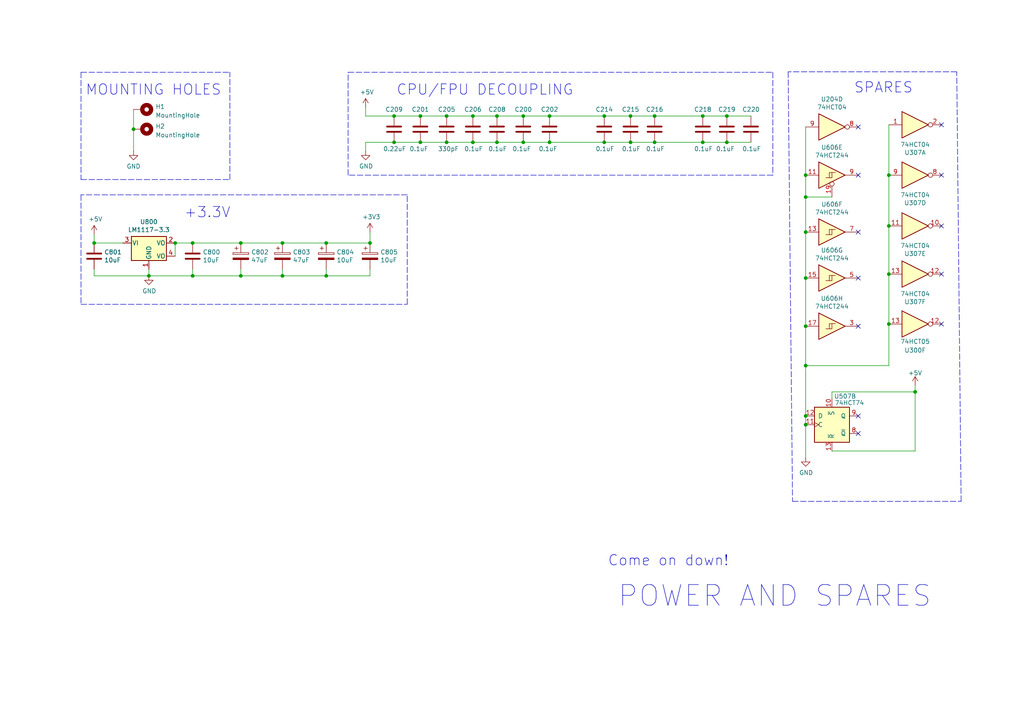
<source format=kicad_sch>
(kicad_sch (version 20211123) (generator eeschema)
  (paper "A4")
  (lib_symbols
    (symbol "74xx:74HCT04"
      (property "Reference" "U" (at 0 1.27 0))
      (property "Value" "74HCT04" (at 0 -1.27 0))
      (symbol "74HCT04_1_0"
        (polyline (pts (xy -3.81 3.81) (xy -3.81 -3.81) (xy 3.81 0) (xy -3.81 3.81)) (stroke (width 0.254)) (fill (type background)))
        (pin input line (at -7.62 0 0) (length 3.81) (name "~") (number "1"))
        (pin output inverted (at 7.62 0 180) (length 3.81) (name "~") (number "2"))
      )
      (symbol "74HCT04_2_0"
        (polyline (pts (xy -3.81 3.81) (xy -3.81 -3.81) (xy 3.81 0) (xy -3.81 3.81)) (stroke (width 0.254)) (fill (type background)))
        (pin input line (at -7.62 0 0) (length 3.81) (name "~") (number "3"))
        (pin output inverted (at 7.62 0 180) (length 3.81) (name "~") (number "4"))
      )
      (symbol "74HCT04_3_0"
        (polyline (pts (xy -3.81 3.81) (xy -3.81 -3.81) (xy 3.81 0) (xy -3.81 3.81)) (stroke (width 0.254)) (fill (type background)))
        (pin input line (at -7.62 0 0) (length 3.81) (name "~") (number "5"))
        (pin output inverted (at 7.62 0 180) (length 3.81) (name "~") (number "6"))
      )
      (symbol "74HCT04_4_0"
        (polyline (pts (xy -3.81 3.81) (xy -3.81 -3.81) (xy 3.81 0) (xy -3.81 3.81)) (stroke (width 0.254)) (fill (type background)))
        (pin output inverted (at 7.62 0 180) (length 3.81) (name "~") (number "8"))
        (pin input line (at -7.62 0 0) (length 3.81) (name "~") (number "9"))
      )
      (symbol "74HCT04_5_0"
        (polyline (pts (xy -3.81 3.81) (xy -3.81 -3.81) (xy 3.81 0) (xy -3.81 3.81)) (stroke (width 0.254)) (fill (type background)))
        (pin output inverted (at 7.62 0 180) (length 3.81) (name "~") (number "10"))
        (pin input line (at -7.62 0 0) (length 3.81) (name "~") (number "11"))
      )
      (symbol "74HCT04_6_0"
        (polyline (pts (xy -3.81 3.81) (xy -3.81 -3.81) (xy 3.81 0) (xy -3.81 3.81)) (stroke (width 0.254)) (fill (type background)))
        (pin output inverted (at 7.62 0 180) (length 3.81) (name "~") (number "12"))
        (pin input line (at -7.62 0 0) (length 3.81) (name "~") (number "13"))
      )
      (symbol "74HCT04_7_0"
        (pin power_in line (at 0 12.7 270) (length 5.08) (name "VCC") (number "14"))
        (pin power_in line (at 0 -12.7 90) (length 5.08) (name "GND") (number "7"))
      )
      (symbol "74HCT04_7_1"
        (rectangle (start -5.08 7.62) (end 5.08 -7.62) (stroke (width 0.254)) (fill (type background)))
      )
    )
    (symbol "74xx:74LS04"
      (property "Reference" "U" (at 0 1.27 0))
      (property "Value" "74LS04" (at 0 -1.27 0))
      (symbol "74LS04_1_0"
        (polyline (pts (xy -3.81 3.81) (xy -3.81 -3.81) (xy 3.81 0) (xy -3.81 3.81)) (stroke (width 0.254)) (fill (type background)))
        (pin input line (at -7.62 0 0) (length 3.81) (name "~") (number "1"))
        (pin output inverted (at 7.62 0 180) (length 3.81) (name "~") (number "2"))
      )
      (symbol "74LS04_2_0"
        (polyline (pts (xy -3.81 3.81) (xy -3.81 -3.81) (xy 3.81 0) (xy -3.81 3.81)) (stroke (width 0.254)) (fill (type background)))
        (pin input line (at -7.62 0 0) (length 3.81) (name "~") (number "3"))
        (pin output inverted (at 7.62 0 180) (length 3.81) (name "~") (number "4"))
      )
      (symbol "74LS04_3_0"
        (polyline (pts (xy -3.81 3.81) (xy -3.81 -3.81) (xy 3.81 0) (xy -3.81 3.81)) (stroke (width 0.254)) (fill (type background)))
        (pin input line (at -7.62 0 0) (length 3.81) (name "~") (number "5"))
        (pin output inverted (at 7.62 0 180) (length 3.81) (name "~") (number "6"))
      )
      (symbol "74LS04_4_0"
        (polyline (pts (xy -3.81 3.81) (xy -3.81 -3.81) (xy 3.81 0) (xy -3.81 3.81)) (stroke (width 0.254)) (fill (type background)))
        (pin output inverted (at 7.62 0 180) (length 3.81) (name "~") (number "8"))
        (pin input line (at -7.62 0 0) (length 3.81) (name "~") (number "9"))
      )
      (symbol "74LS04_5_0"
        (polyline (pts (xy -3.81 3.81) (xy -3.81 -3.81) (xy 3.81 0) (xy -3.81 3.81)) (stroke (width 0.254)) (fill (type background)))
        (pin output inverted (at 7.62 0 180) (length 3.81) (name "~") (number "10"))
        (pin input line (at -7.62 0 0) (length 3.81) (name "~") (number "11"))
      )
      (symbol "74LS04_6_0"
        (polyline (pts (xy -3.81 3.81) (xy -3.81 -3.81) (xy 3.81 0) (xy -3.81 3.81)) (stroke (width 0.254)) (fill (type background)))
        (pin output inverted (at 7.62 0 180) (length 3.81) (name "~") (number "12"))
        (pin input line (at -7.62 0 0) (length 3.81) (name "~") (number "13"))
      )
      (symbol "74LS04_7_0"
        (pin power_in line (at 0 12.7 270) (length 5.08) (name "VCC") (number "14"))
        (pin power_in line (at 0 -12.7 90) (length 5.08) (name "GND") (number "7"))
      )
      (symbol "74LS04_7_1"
        (rectangle (start -5.08 7.62) (end 5.08 -7.62) (stroke (width 0.254)) (fill (type background)))
      )
    )
    (symbol "74xx:74LS05" (pin_names (offset 1.016))
      (property "Reference" "U" (at 0 1.27 0))
      (property "Value" "74LS05" (at 0 -1.27 0))
      (symbol "74LS05_1_0"
        (polyline (pts (xy -3.81 3.81) (xy -3.81 -3.81) (xy 3.81 0) (xy -3.81 3.81)) (stroke (width 0.254)) (fill (type background)))
        (pin input line (at -7.62 0 0) (length 3.81) (name "~") (number "1"))
        (pin open_collector inverted (at 7.62 0 180) (length 3.81) (name "~") (number "2"))
      )
      (symbol "74LS05_2_0"
        (polyline (pts (xy -3.81 3.81) (xy -3.81 -3.81) (xy 3.81 0) (xy -3.81 3.81)) (stroke (width 0.254)) (fill (type background)))
        (pin input line (at -7.62 0 0) (length 3.81) (name "~") (number "3"))
        (pin open_collector inverted (at 7.62 0 180) (length 3.81) (name "~") (number "4"))
      )
      (symbol "74LS05_3_0"
        (polyline (pts (xy -3.81 3.81) (xy -3.81 -3.81) (xy 3.81 0) (xy -3.81 3.81)) (stroke (width 0.254)) (fill (type background)))
        (pin input line (at -7.62 0 0) (length 3.81) (name "~") (number "5"))
        (pin open_collector inverted (at 7.62 0 180) (length 3.81) (name "~") (number "6"))
      )
      (symbol "74LS05_4_0"
        (polyline (pts (xy -3.81 3.81) (xy -3.81 -3.81) (xy 3.81 0) (xy -3.81 3.81)) (stroke (width 0.254)) (fill (type background)))
        (pin open_collector inverted (at 7.62 0 180) (length 3.81) (name "~") (number "8"))
        (pin input line (at -7.62 0 0) (length 3.81) (name "~") (number "9"))
      )
      (symbol "74LS05_5_0"
        (polyline (pts (xy -3.81 3.81) (xy -3.81 -3.81) (xy 3.81 0) (xy -3.81 3.81)) (stroke (width 0.254)) (fill (type background)))
        (pin open_collector inverted (at 7.62 0 180) (length 3.81) (name "~") (number "10"))
        (pin input line (at -7.62 0 0) (length 3.81) (name "~") (number "11"))
      )
      (symbol "74LS05_6_0"
        (polyline (pts (xy -3.81 3.81) (xy -3.81 -3.81) (xy 3.81 0) (xy -3.81 3.81)) (stroke (width 0.254)) (fill (type background)))
        (pin open_collector inverted (at 7.62 0 180) (length 3.81) (name "~") (number "12"))
        (pin input line (at -7.62 0 0) (length 3.81) (name "~") (number "13"))
      )
      (symbol "74LS05_7_0"
        (pin power_in line (at 0 12.7 270) (length 5.08) (name "VCC") (number "14"))
        (pin power_in line (at 0 -12.7 90) (length 5.08) (name "GND") (number "7"))
      )
      (symbol "74LS05_7_1"
        (rectangle (start -5.08 7.62) (end 5.08 -7.62) (stroke (width 0.254)) (fill (type background)))
      )
    )
    (symbol "74xx:74LS244_Split"
      (property "Reference" "U" (at 0 1.27 0))
      (property "Value" "74LS244_Split" (at 0 -1.27 0))
      (symbol "74LS244_Split_1_0"
        (polyline (pts (xy -3.81 3.81) (xy -3.81 -3.81) (xy 3.81 0) (xy -3.81 3.81)) (stroke (width 0.254)) (fill (type background)))
        (pin input inverted (at 0 -6.35 90) (length 4.445) (name "~") (number "1"))
        (pin tri_state line (at 7.62 0 180) (length 3.81) (name "~") (number "18"))
        (pin input line (at -7.62 0 0) (length 3.81) (name "~") (number "2"))
      )
      (symbol "74LS244_Split_1_1"
        (polyline (pts (xy 0 0.762) (xy 0 -0.762) (xy -1.778 -0.762)))
        (polyline (pts (xy 1.016 0.762) (xy -0.762 0.762) (xy -0.762 -0.762)))
      )
      (symbol "74LS244_Split_2_0"
        (polyline (pts (xy -3.81 3.81) (xy -3.81 -3.81) (xy 3.81 0) (xy -3.81 3.81)) (stroke (width 0.254)) (fill (type background)))
        (pin tri_state line (at 7.62 0 180) (length 3.81) (name "~") (number "16"))
        (pin input line (at -7.62 0 0) (length 3.81) (name "~") (number "4"))
      )
      (symbol "74LS244_Split_2_1"
        (polyline (pts (xy 0 0.762) (xy 0 -0.762) (xy -1.778 -0.762)))
        (polyline (pts (xy 1.016 0.762) (xy -0.762 0.762) (xy -0.762 -0.762)))
      )
      (symbol "74LS244_Split_3_0"
        (polyline (pts (xy -3.81 3.81) (xy -3.81 -3.81) (xy 3.81 0) (xy -3.81 3.81)) (stroke (width 0.254)) (fill (type background)))
        (pin tri_state line (at 7.62 0 180) (length 3.81) (name "~") (number "14"))
        (pin input line (at -7.62 0 0) (length 3.81) (name "~") (number "6"))
      )
      (symbol "74LS244_Split_3_1"
        (polyline (pts (xy 0 0.762) (xy 0 -0.762) (xy -1.778 -0.762)))
        (polyline (pts (xy 1.016 0.762) (xy -0.762 0.762) (xy -0.762 -0.762)))
      )
      (symbol "74LS244_Split_4_0"
        (polyline (pts (xy -3.81 3.81) (xy -3.81 -3.81) (xy 3.81 0) (xy -3.81 3.81)) (stroke (width 0.254)) (fill (type background)))
        (pin tri_state line (at 7.62 0 180) (length 3.81) (name "~") (number "12"))
        (pin input line (at -7.62 0 0) (length 3.81) (name "~") (number "8"))
      )
      (symbol "74LS244_Split_4_1"
        (polyline (pts (xy 0 0.762) (xy 0 -0.762) (xy -1.778 -0.762)))
        (polyline (pts (xy 1.016 0.762) (xy -0.762 0.762) (xy -0.762 -0.762)))
      )
      (symbol "74LS244_Split_5_0"
        (polyline (pts (xy -3.81 3.81) (xy -3.81 -3.81) (xy 3.81 0) (xy -3.81 3.81)) (stroke (width 0.254)) (fill (type background)))
        (pin input line (at -7.62 0 0) (length 3.81) (name "~") (number "11"))
        (pin input inverted (at 0 -6.35 90) (length 4.445) (name "~") (number "19"))
        (pin tri_state line (at 7.62 0 180) (length 3.81) (name "~") (number "9"))
      )
      (symbol "74LS244_Split_5_1"
        (polyline (pts (xy 0 0.762) (xy 0 -0.762) (xy -1.778 -0.762)))
        (polyline (pts (xy 1.016 0.762) (xy -0.762 0.762) (xy -0.762 -0.762)))
      )
      (symbol "74LS244_Split_6_0"
        (polyline (pts (xy -3.81 3.81) (xy -3.81 -3.81) (xy 3.81 0) (xy -3.81 3.81)) (stroke (width 0.254)) (fill (type background)))
        (pin input line (at -7.62 0 0) (length 3.81) (name "~") (number "13"))
        (pin tri_state line (at 7.62 0 180) (length 3.81) (name "~") (number "7"))
      )
      (symbol "74LS244_Split_6_1"
        (polyline (pts (xy 0 0.762) (xy 0 -0.762) (xy -1.778 -0.762)))
        (polyline (pts (xy 1.016 0.762) (xy -0.762 0.762) (xy -0.762 -0.762)))
      )
      (symbol "74LS244_Split_7_0"
        (polyline (pts (xy -3.81 3.81) (xy -3.81 -3.81) (xy 3.81 0) (xy -3.81 3.81)) (stroke (width 0.254)) (fill (type background)))
        (pin input line (at -7.62 0 0) (length 3.81) (name "~") (number "15"))
        (pin tri_state line (at 7.62 0 180) (length 3.81) (name "~") (number "5"))
      )
      (symbol "74LS244_Split_7_1"
        (polyline (pts (xy 0 0.762) (xy 0 -0.762) (xy -1.778 -0.762)))
        (polyline (pts (xy 1.016 0.762) (xy -0.762 0.762) (xy -0.762 -0.762)))
      )
      (symbol "74LS244_Split_8_0"
        (polyline (pts (xy -3.81 3.81) (xy -3.81 -3.81) (xy 3.81 0) (xy -3.81 3.81)) (stroke (width 0.254)) (fill (type background)))
        (pin input line (at -7.62 0 0) (length 3.81) (name "~") (number "17"))
        (pin tri_state line (at 7.62 0 180) (length 3.81) (name "~") (number "3"))
      )
      (symbol "74LS244_Split_8_1"
        (polyline (pts (xy 0 0.762) (xy 0 -0.762) (xy -1.778 -0.762)))
        (polyline (pts (xy 1.016 0.762) (xy -0.762 0.762) (xy -0.762 -0.762)))
      )
      (symbol "74LS244_Split_9_0"
        (pin power_in line (at 0 -12.7 90) (length 5.08) (name "GND") (number "10"))
        (pin power_in line (at 0 12.7 270) (length 5.08) (name "VCC") (number "20"))
      )
      (symbol "74LS244_Split_9_1"
        (rectangle (start -5.08 7.62) (end 5.08 -7.62) (stroke (width 0.254)) (fill (type background)))
      )
    )
    (symbol "74xx:74LS74" (pin_names (offset 1.016))
      (property "Reference" "U" (at -7.62 8.89 0))
      (property "Value" "74LS74" (at -7.62 -8.89 0))
      (symbol "74LS74_1_0"
        (pin input line (at 0 -7.62 90) (length 2.54) (name "~{R}") (number "1"))
        (pin input line (at -7.62 2.54 0) (length 2.54) (name "D") (number "2"))
        (pin input clock (at -7.62 0 0) (length 2.54) (name "C") (number "3"))
        (pin input line (at 0 7.62 270) (length 2.54) (name "~{S}") (number "4"))
        (pin output line (at 7.62 2.54 180) (length 2.54) (name "Q") (number "5"))
        (pin output line (at 7.62 -2.54 180) (length 2.54) (name "~{Q}") (number "6"))
      )
      (symbol "74LS74_1_1"
        (rectangle (start -5.08 5.08) (end 5.08 -5.08) (stroke (width 0.254)) (fill (type background)))
      )
      (symbol "74LS74_2_0"
        (pin input line (at 0 7.62 270) (length 2.54) (name "~{S}") (number "10"))
        (pin input clock (at -7.62 0 0) (length 2.54) (name "C") (number "11"))
        (pin input line (at -7.62 2.54 0) (length 2.54) (name "D") (number "12"))
        (pin input line (at 0 -7.62 90) (length 2.54) (name "~{R}") (number "13"))
        (pin output line (at 7.62 -2.54 180) (length 2.54) (name "~{Q}") (number "8"))
        (pin output line (at 7.62 2.54 180) (length 2.54) (name "Q") (number "9"))
      )
      (symbol "74LS74_2_1"
        (rectangle (start -5.08 5.08) (end 5.08 -5.08) (stroke (width 0.254)) (fill (type background)))
      )
      (symbol "74LS74_3_0"
        (pin power_in line (at 0 10.16 270) (length 2.54) (name "VCC") (number "14"))
        (pin power_in line (at 0 -10.16 90) (length 2.54) (name "GND") (number "7"))
      )
      (symbol "74LS74_3_1"
        (rectangle (start -5.08 7.62) (end 5.08 -7.62) (stroke (width 0.254)) (fill (type background)))
      )
    )
    (symbol "Device:C" (pin_numbers hide) (pin_names (offset 0.254))
      (property "Reference" "C" (at 0.635 2.54 0))
      (property "Value" "C" (at 0.635 -2.54 0))
      (symbol "C_0_1"
        (polyline (pts (xy -2.032 -0.762) (xy 2.032 -0.762)) (stroke (width 0.508)))
        (polyline (pts (xy -2.032 0.762) (xy 2.032 0.762)) (stroke (width 0.508)))
      )
      (symbol "C_1_1"
        (pin passive line (at 0 3.81 270) (length 2.794) (name "~") (number "1"))
        (pin passive line (at 0 -3.81 90) (length 2.794) (name "~") (number "2"))
      )
    )
    (symbol "Device:CP" (pin_numbers hide) (pin_names (offset 0.254))
      (property "Reference" "C" (at 0.635 2.54 0))
      (property "Value" "Device_CP" (at 0.635 -2.54 0))
      (symbol "CP_0_1"
        (rectangle (start -2.286 0.508) (end 2.286 1.016))
        (polyline (pts (xy -1.778 2.286) (xy -0.762 2.286)))
        (polyline (pts (xy -1.27 2.794) (xy -1.27 1.778)))
        (rectangle (start 2.286 -0.508) (end -2.286 -1.016) (fill (type outline)))
      )
      (symbol "CP_1_1"
        (pin passive line (at 0 3.81 270) (length 2.794) (name "~") (number "1"))
        (pin passive line (at 0 -3.81 90) (length 2.794) (name "~") (number "2"))
      )
    )
    (symbol "Mechanical:MountingHole_Pad" (pin_numbers hide) (pin_names (offset 1.016) hide)
      (property "Reference" "H" (at 0 6.35 0))
      (property "Value" "MountingHole_Pad" (at 0 4.445 0))
      (symbol "MountingHole_Pad_0_1"
        (circle (center 0 1.27) (radius 1.27) (stroke (width 1.27)))
      )
      (symbol "MountingHole_Pad_1_1"
        (pin input line (at 0 -2.54 90) (length 2.54) (name "1") (number "1"))
      )
    )
    (symbol "N2630:LM1117-3.3" (pin_names (offset 0.254))
      (property "Reference" "U" (at -3.81 3.175 0))
      (property "Value" "LM1117-3.3" (at 0 3.175 0))
      (symbol "LM1117-3.3_0_0"
        (pin power_out line (at 7.62 -3.81 180) (length 2.54) (name "VO") (number "4"))
      )
      (symbol "LM1117-3.3_0_1"
        (rectangle (start -5.08 -5.08) (end 5.08 1.905) (stroke (width 0.254)) (fill (type background)))
      )
      (symbol "LM1117-3.3_1_1"
        (pin power_in line (at 0 -7.62 90) (length 2.54) (name "GND") (number "1"))
        (pin power_out line (at 7.62 0 180) (length 2.54) (name "VO") (number "2"))
        (pin power_in line (at -7.62 0 0) (length 2.54) (name "VI") (number "3"))
      )
    )
    (symbol "power:+3.3V" (power) (pin_names (offset 0))
      (property "Value" "+3.3V" (at 0 3.556 0))
      (symbol "+3.3V_0_1"
        (polyline (pts (xy -0.762 1.27) (xy 0 2.54)))
        (polyline (pts (xy 0 0) (xy 0 2.54)))
        (polyline (pts (xy 0 2.54) (xy 0.762 1.27)))
      )
      (symbol "+3.3V_1_1"
        (pin power_in line (at 0 0 90) (length 0) hide (name "+3V3") (number "1"))
      )
    )
    (symbol "power:+5V" (power) (pin_names (offset 0))
      (property "Value" "+5V" (at 0 3.556 0))
      (symbol "+5V_0_1"
        (polyline (pts (xy -0.762 1.27) (xy 0 2.54)))
        (polyline (pts (xy 0 0) (xy 0 2.54)))
        (polyline (pts (xy 0 2.54) (xy 0.762 1.27)))
      )
      (symbol "+5V_1_1"
        (pin power_in line (at 0 0 90) (length 0) hide (name "+5V") (number "1"))
      )
    )
    (symbol "power:GND" (power) (pin_names (offset 0))
      (property "Value" "GND" (at 0 -3.81 0))
      (symbol "GND_0_1"
        (polyline (pts (xy 0 0) (xy 0 -1.27) (xy 1.27 -1.27) (xy 0 -2.54) (xy -1.27 -1.27) (xy 0 -1.27)))
      )
      (symbol "GND_1_1"
        (pin power_in line (at 0 0 270) (length 0) hide (name "GND") (number "1"))
      )
    )
  )
  (junction (at 233.68 94.615))
  (junction (at 107.315 70.485))
  (junction (at 182.88 41.275))
  (junction (at 69.85 80.01))
  (junction (at 233.68 80.645))
  (junction (at 50.8 70.485))
  (junction (at 233.68 57.15))
  (junction (at 137.16 41.275))
  (junction (at 233.68 120.65))
  (junction (at 182.88 33.655))
  (junction (at 233.68 123.19))
  (junction (at 203.835 33.655))
  (junction (at 159.385 33.655))
  (junction (at 38.735 37.465))
  (junction (at 81.915 70.485))
  (junction (at 43.18 80.01))
  (junction (at 175.26 41.275))
  (junction (at 233.68 50.8))
  (junction (at 129.54 41.275))
  (junction (at 69.85 70.485))
  (junction (at 137.16 33.655))
  (junction (at 257.81 93.98))
  (junction (at 233.68 67.31))
  (junction (at 151.765 41.275))
  (junction (at 210.82 33.655))
  (junction (at 189.865 41.275))
  (junction (at 265.43 113.665))
  (junction (at 144.145 33.655))
  (junction (at 121.92 41.275))
  (junction (at 159.385 41.275))
  (junction (at 94.615 70.485))
  (junction (at 114.3 41.275))
  (junction (at 233.68 106.045))
  (junction (at 257.81 65.532))
  (junction (at 55.88 70.485))
  (junction (at 129.54 33.655))
  (junction (at 151.765 33.655))
  (junction (at 81.915 80.01))
  (junction (at 94.615 80.01))
  (junction (at 27.305 70.485))
  (junction (at 144.145 41.275))
  (junction (at 175.26 33.655))
  (junction (at 55.88 80.01))
  (junction (at 257.81 50.8))
  (junction (at 189.865 33.655))
  (junction (at 121.92 33.655))
  (junction (at 114.3 33.655))
  (junction (at 257.81 79.502))
  (junction (at 203.835 41.275))
  (junction (at 210.82 41.275))
  (no_connect (at 273.05 36.195))
  (no_connect (at 273.05 93.98))
  (no_connect (at 248.92 80.645))
  (no_connect (at 273.05 65.532))
  (no_connect (at 273.05 79.502))
  (no_connect (at 248.92 67.31))
  (no_connect (at 248.92 120.65))
  (no_connect (at 248.92 125.73))
  (no_connect (at 248.92 50.8))
  (no_connect (at 248.92 94.615))
  (no_connect (at 273.05 50.8))
  (no_connect (at 248.92 36.83))
  (wire (pts (xy 257.81 36.195) (xy 257.81 50.8)))
  (wire (pts (xy 233.68 94.615) (xy 233.68 80.645)))
  (wire (pts (xy 257.81 106.045) (xy 233.68 106.045)))
  (wire (pts (xy 94.615 78.105) (xy 94.615 80.01)))
  (polyline (pts (xy 228.6 20.828) (xy 229.87 145.415)))
  (wire (pts (xy 233.68 120.65) (xy 233.68 123.19)))
  (polyline (pts (xy 277.495 20.828) (xy 228.6 20.828)))
  (wire (pts (xy 257.81 50.8) (xy 257.81 65.532)))
  (wire (pts (xy 182.88 41.275) (xy 189.865 41.275)))
  (wire (pts (xy 94.615 70.485) (xy 107.315 70.485)))
  (wire (pts (xy 175.26 33.655) (xy 182.88 33.655)))
  (wire (pts (xy 175.26 41.275) (xy 182.88 41.275)))
  (wire (pts (xy 137.16 41.275) (xy 144.145 41.275)))
  (wire (pts (xy 43.18 80.01) (xy 55.88 80.01)))
  (wire (pts (xy 121.92 33.655) (xy 114.3 33.655)))
  (wire (pts (xy 55.88 80.01) (xy 69.85 80.01)))
  (wire (pts (xy 81.915 70.485) (xy 94.615 70.485)))
  (wire (pts (xy 55.88 80.01) (xy 55.88 78.105)))
  (wire (pts (xy 50.8 70.485) (xy 55.88 70.485)))
  (wire (pts (xy 265.43 113.665) (xy 265.43 130.81)))
  (polyline (pts (xy 23.495 88.265) (xy 118.11 88.265)))
  (wire (pts (xy 38.735 31.75) (xy 38.735 37.465)))
  (wire (pts (xy 151.765 41.275) (xy 144.145 41.275)))
  (polyline (pts (xy 118.11 56.515) (xy 23.495 56.515)))
  (polyline (pts (xy 278.765 145.415) (xy 277.495 20.828)))
  (wire (pts (xy 69.85 80.01) (xy 81.915 80.01)))
  (wire (pts (xy 151.765 33.655) (xy 144.145 33.655)))
  (wire (pts (xy 257.81 93.98) (xy 257.81 106.045)))
  (wire (pts (xy 107.315 70.485) (xy 107.315 67.31)))
  (wire (pts (xy 210.82 41.275) (xy 217.805 41.275)))
  (wire (pts (xy 233.68 50.8) (xy 233.68 36.83)))
  (wire (pts (xy 233.68 106.045) (xy 233.68 94.615)))
  (wire (pts (xy 81.915 80.01) (xy 81.915 78.105)))
  (wire (pts (xy 129.54 41.275) (xy 137.16 41.275)))
  (polyline (pts (xy 66.675 52.07) (xy 66.675 20.955)))
  (polyline (pts (xy 23.495 56.515) (xy 23.495 88.265)))
  (wire (pts (xy 43.18 78.105) (xy 43.18 80.01)))
  (polyline (pts (xy 23.495 52.07) (xy 66.675 52.07)))
  (wire (pts (xy 159.385 33.655) (xy 151.765 33.655)))
  (polyline (pts (xy 23.495 20.955) (xy 23.495 52.07)))
  (wire (pts (xy 233.68 80.645) (xy 233.68 67.31)))
  (wire (pts (xy 106.045 33.655) (xy 106.045 31.115)))
  (polyline (pts (xy 23.495 20.955) (xy 66.675 20.955)))
  (wire (pts (xy 189.865 33.655) (xy 203.835 33.655)))
  (wire (pts (xy 69.85 70.485) (xy 81.915 70.485)))
  (polyline (pts (xy 100.965 20.955) (xy 224.155 20.955)))
  (polyline (pts (xy 224.155 50.8) (xy 100.965 50.8)))
  (wire (pts (xy 257.81 79.502) (xy 257.81 93.98)))
  (wire (pts (xy 129.54 33.655) (xy 121.92 33.655)))
  (wire (pts (xy 27.305 80.01) (xy 43.18 80.01)))
  (polyline (pts (xy 224.155 20.955) (xy 224.155 50.8)))
  (wire (pts (xy 27.305 78.105) (xy 27.305 80.01)))
  (wire (pts (xy 265.43 111.76) (xy 265.43 113.665)))
  (wire (pts (xy 241.3 115.57) (xy 241.3 113.665)))
  (wire (pts (xy 137.16 33.655) (xy 129.54 33.655)))
  (polyline (pts (xy 229.87 145.415) (xy 278.765 145.415)))
  (wire (pts (xy 106.045 41.275) (xy 106.045 43.815)))
  (wire (pts (xy 35.56 70.485) (xy 27.305 70.485)))
  (wire (pts (xy 107.315 80.01) (xy 94.615 80.01)))
  (polyline (pts (xy 100.965 50.8) (xy 100.965 20.955)))
  (wire (pts (xy 233.68 57.15) (xy 233.68 50.8)))
  (wire (pts (xy 50.8 74.295) (xy 50.8 70.485)))
  (wire (pts (xy 182.88 33.655) (xy 189.865 33.655)))
  (wire (pts (xy 94.615 80.01) (xy 81.915 80.01)))
  (wire (pts (xy 27.305 70.485) (xy 27.305 67.945)))
  (wire (pts (xy 121.92 41.275) (xy 129.54 41.275)))
  (wire (pts (xy 114.3 41.275) (xy 121.92 41.275)))
  (wire (pts (xy 38.735 37.465) (xy 38.735 43.815)))
  (wire (pts (xy 114.3 33.655) (xy 106.045 33.655)))
  (wire (pts (xy 217.805 33.655) (xy 210.82 33.655)))
  (wire (pts (xy 55.88 70.485) (xy 69.85 70.485)))
  (wire (pts (xy 241.3 130.81) (xy 265.43 130.81)))
  (wire (pts (xy 233.68 106.045) (xy 233.68 120.65)))
  (wire (pts (xy 203.835 41.275) (xy 210.82 41.275)))
  (wire (pts (xy 144.145 33.655) (xy 137.16 33.655)))
  (wire (pts (xy 114.3 41.275) (xy 106.045 41.275)))
  (wire (pts (xy 159.385 41.275) (xy 175.26 41.275)))
  (polyline (pts (xy 118.11 88.265) (xy 118.11 56.515)))
  (wire (pts (xy 159.385 33.655) (xy 175.26 33.655)))
  (wire (pts (xy 241.3 113.665) (xy 265.43 113.665)))
  (wire (pts (xy 257.81 65.532) (xy 257.81 79.502)))
  (wire (pts (xy 233.68 67.31) (xy 233.68 57.15)))
  (wire (pts (xy 233.68 123.19) (xy 233.68 132.715)))
  (wire (pts (xy 69.85 78.105) (xy 69.85 80.01)))
  (wire (pts (xy 159.385 41.275) (xy 151.765 41.275)))
  (wire (pts (xy 210.82 33.655) (xy 203.835 33.655)))
  (wire (pts (xy 241.3 57.15) (xy 233.68 57.15)))
  (wire (pts (xy 189.865 41.275) (xy 203.835 41.275)))
  (wire (pts (xy 107.315 78.105) (xy 107.315 80.01)))
  (text "POWER AND SPARES" (at 179.07 176.53 0) (effects (font (size 5.9944 5.9944)) (justify left bottom)))
  (text "MOUNTING HOLES" (at 24.765 27.94 0) (effects (font (size 3 3)) (justify left bottom)))
  (text "Come on down!" (at 211.455 164.465 180) (effects (font (size 3 3)) (justify right bottom)))
  (text "SPARES" (at 247.65 27.305 0) (effects (font (size 2.9972 2.9972)) (justify left bottom)))
  (text "+3.3V" (at 53.34 63.5 0) (effects (font (size 2.9972 2.9972)) (justify left bottom)))
  (text "CPU/FPU DECOUPLING" (at 114.935 27.94 0) (effects (font (size 2.9972 2.9972)) (justify left bottom)))
  (symbol (lib_id "74xx:74LS05") (at 265.43 93.98 0) (unit 6)
    (property "Reference" "U300" (at 265.43 101.6 0))
    (property "Value" "74HCT05" (at 265.43 99.06 0))
    (property "Footprint" "Package_SO:SOIC-14_3.9x8.7mm_P1.27mm" (effects hide))
    (property "Datasheet" "http://www.ti.com/lit/gpn/sn74LS05" (effects hide))
  )
  (symbol (lib_id "74xx:74HCT04") (at 241.3 36.83 0) (unit 4)
    (property "Reference" "U204" (at 241.3 28.7782 0))
    (property "Value" "74HCT04" (at 241.3 31.0896 0))
    (property "Footprint" "Package_SO:SOIC-14_3.9x8.7mm_P1.27mm" (effects hide))
    (property "Datasheet" "https://assets.nexperia.com/documents/data-sheet/74HC_HCT04.pdf" (effects hide))
    (property "Digikey" "296-31832-1-ND" (effects hide))
  )
  (symbol (lib_id "power:GND") (at 233.68 132.715 0) (unit 1)
    (property "Reference" "#PWR0123" (effects hide))
    (property "Value" "GND" (at 233.807 137.1092 0))
  )
  (symbol (lib_id "power:+5V") (at 106.045 31.115 0) (unit 1)
    (property "Reference" "#PWR0184" (effects hide))
    (property "Value" "+5V" (at 106.426 26.7208 0))
  )
  (symbol (lib_id "power:GND") (at 106.045 43.815 0) (unit 1)
    (property "Reference" "#PWR0185" (effects hide))
    (property "Value" "GND" (at 106.172 48.2092 0))
  )
  (symbol (lib_id "power:GND") (at 43.18 80.01 0) (unit 1)
    (property "Reference" "#PWR0186" (effects hide))
    (property "Value" "GND" (at 43.307 84.4042 0))
  )
  (symbol (lib_id "power:+5V") (at 27.305 67.945 0) (unit 1)
    (property "Reference" "#PWR0187" (effects hide))
    (property "Value" "+5V" (at 27.686 63.5508 0))
  )
  (symbol (lib_id "power:+3.3V") (at 107.315 67.31 0) (unit 1)
    (property "Reference" "#PWR0188" (effects hide))
    (property "Value" "+3.3V" (at 107.696 62.9158 0))
  )
  (symbol (lib_id "Device:C") (at 55.88 74.295 0) (unit 1)
    (property "Reference" "C800" (at 58.801 73.1266 0) (effects (justify left)))
    (property "Value" "10uF" (at 58.801 75.438 0) (effects (justify left)))
    (property "Footprint" "Resistor_SMD:R_0805_2012Metric" (effects hide))
  )
  (symbol (lib_id "Device:C") (at 27.305 74.295 0) (unit 1)
    (property "Reference" "C801" (at 30.226 73.1266 0) (effects (justify left)))
    (property "Value" "10uF" (at 30.226 75.438 0) (effects (justify left)))
    (property "Footprint" "Resistor_SMD:R_0805_2012Metric" (effects hide))
  )
  (symbol (lib_id "Device:CP") (at 69.85 74.295 0) (unit 1)
    (property "Reference" "C802" (at 72.8472 73.1266 0) (effects (justify left)))
    (property "Value" "47uF" (at 72.8472 75.438 0) (effects (justify left)))
    (property "Footprint" "Capacitor_THT:CP_Radial_D5.0mm_P2.00mm" (effects hide))
  )
  (symbol (lib_id "Device:CP") (at 81.915 74.295 0) (unit 1)
    (property "Reference" "C803" (at 84.9122 73.1266 0) (effects (justify left)))
    (property "Value" "47uF" (at 84.9122 75.438 0) (effects (justify left)))
    (property "Footprint" "Capacitor_THT:CP_Radial_D5.0mm_P2.00mm" (effects hide))
  )
  (symbol (lib_id "N2630:LM1117-3.3") (at 43.18 70.485 0) (unit 1)
    (property "Reference" "U800" (at 43.18 64.3382 0))
    (property "Value" "LM1117-3.3" (at 43.18 66.6496 0))
    (property "Footprint" "Package_TO_SOT_SMD:SOT-223" (effects hide))
    (property "Datasheet" "http://www.ti.com/lit/ds/symlink/lm1117.pdf" (effects hide))
  )
  (symbol (lib_id "Device:C") (at 159.385 37.465 0) (unit 1)
    (property "Reference" "C202" (at 156.845 31.75 0) (effects (justify left)))
    (property "Value" "0.1uF" (at 156.21 43.18 0) (effects (justify left)))
    (property "Footprint" "Capacitor_SMD:C_0805_2012Metric" (effects hide))
  )
  (symbol (lib_id "Device:C") (at 151.765 37.465 0) (unit 1)
    (property "Reference" "C200" (at 149.225 31.75 0) (effects (justify left)))
    (property "Value" "0.1uF" (at 148.59 43.18 0) (effects (justify left)))
    (property "Footprint" "Capacitor_SMD:C_0805_2012Metric" (effects hide))
  )
  (symbol (lib_id "Device:C") (at 144.145 37.465 0) (unit 1)
    (property "Reference" "C208" (at 141.605 31.75 0) (effects (justify left)))
    (property "Value" "0.1uF" (at 141.605 43.18 0) (effects (justify left)))
    (property "Footprint" "Capacitor_SMD:C_0805_2012Metric" (effects hide))
  )
  (symbol (lib_id "Device:C") (at 114.3 37.465 0) (unit 1)
    (property "Reference" "C209" (at 111.76 31.75 0) (effects (justify left)))
    (property "Value" "0.22uF" (at 111.125 43.18 0) (effects (justify left)))
    (property "Footprint" "Capacitor_SMD:C_0805_2012Metric" (effects hide))
  )
  (symbol (lib_id "Device:C") (at 121.92 37.465 0) (unit 1)
    (property "Reference" "C201" (at 119.38 31.75 0) (effects (justify left)))
    (property "Value" "0.1uF" (at 118.745 43.18 0) (effects (justify left)))
    (property "Footprint" "Capacitor_SMD:C_0805_2012Metric" (effects hide))
  )
  (symbol (lib_id "Device:C") (at 129.54 37.465 0) (unit 1)
    (property "Reference" "C205" (at 127 31.75 0) (effects (justify left)))
    (property "Value" "330pF" (at 127 43.18 0) (effects (justify left)))
    (property "Footprint" "Capacitor_SMD:C_0805_2012Metric" (effects hide))
  )
  (symbol (lib_id "Device:C") (at 137.16 37.465 0) (unit 1)
    (property "Reference" "C206" (at 134.62 31.75 0) (effects (justify left)))
    (property "Value" "0.1uF" (at 134.62 43.18 0) (effects (justify left)))
    (property "Footprint" "Capacitor_SMD:C_0805_2012Metric" (effects hide))
  )
  (symbol (lib_id "74xx:74LS244_Split") (at 241.3 50.8 0) (unit 5)
    (property "Reference" "U606" (at 241.3 42.7482 0))
    (property "Value" "74HCT244" (at 241.3 45.0596 0))
    (property "Footprint" "Package_SO:SOIC-20W_7.5x12.8mm_P1.27mm" (effects hide))
    (property "Datasheet" "http://www.ti.com/lit/ds/symlink/sn74ls241.pdf" (effects hide))
  )
  (symbol (lib_id "74xx:74LS244_Split") (at 241.3 67.31 0) (unit 6)
    (property "Reference" "U606" (at 241.3 59.2582 0))
    (property "Value" "74HCT244" (at 241.3 61.5696 0))
    (property "Footprint" "Package_SO:SOIC-20W_7.5x12.8mm_P1.27mm" (effects hide))
    (property "Datasheet" "http://www.ti.com/lit/ds/symlink/sn74ls241.pdf" (effects hide))
  )
  (symbol (lib_id "74xx:74LS244_Split") (at 241.3 80.645 0) (unit 7)
    (property "Reference" "U606" (at 241.3 72.5932 0))
    (property "Value" "74HCT244" (at 241.3 74.9046 0))
    (property "Footprint" "Package_SO:SOIC-20W_7.5x12.8mm_P1.27mm" (effects hide))
    (property "Datasheet" "http://www.ti.com/lit/ds/symlink/sn74ls241.pdf" (effects hide))
  )
  (symbol (lib_id "74xx:74LS244_Split") (at 241.3 94.615 0) (unit 8)
    (property "Reference" "U606" (at 241.3 86.5632 0))
    (property "Value" "74HCT244" (at 241.3 88.8746 0))
    (property "Footprint" "Package_SO:SOIC-20W_7.5x12.8mm_P1.27mm" (effects hide))
    (property "Datasheet" "http://www.ti.com/lit/ds/symlink/sn74ls241.pdf" (effects hide))
  )
  (symbol (lib_id "Device:C") (at 175.26 37.465 0) (unit 1)
    (property "Reference" "C214" (at 172.72 31.75 0) (effects (justify left)))
    (property "Value" "0.1uF" (at 172.72 43.18 0) (effects (justify left)))
    (property "Footprint" "Capacitor_SMD:C_0805_2012Metric" (effects hide))
  )
  (symbol (lib_id "Device:C") (at 189.865 37.465 0) (unit 1)
    (property "Reference" "C216" (at 187.325 31.75 0) (effects (justify left)))
    (property "Value" "0.1uF" (at 187.325 43.18 0) (effects (justify left)))
    (property "Footprint" "Capacitor_SMD:C_0805_2012Metric" (effects hide))
  )
  (symbol (lib_id "Device:C") (at 203.835 37.465 0) (unit 1)
    (property "Reference" "C218" (at 201.295 31.75 0) (effects (justify left)))
    (property "Value" "0.1uF" (at 201.295 43.18 0) (effects (justify left)))
    (property "Footprint" "Capacitor_SMD:C_0805_2012Metric" (effects hide))
  )
  (symbol (lib_id "Device:C") (at 210.82 37.465 0) (unit 1)
    (property "Reference" "C219" (at 208.28 31.75 0) (effects (justify left)))
    (property "Value" "0.1uF" (at 207.645 43.18 0) (effects (justify left)))
    (property "Footprint" "Capacitor_SMD:C_0805_2012Metric" (effects hide))
  )
  (symbol (lib_id "Device:C") (at 217.805 37.465 0) (unit 1)
    (property "Reference" "C220" (at 215.265 31.75 0) (effects (justify left)))
    (property "Value" "0.1uF" (at 215.265 43.18 0) (effects (justify left)))
    (property "Footprint" "Capacitor_SMD:C_0805_2012Metric" (effects hide))
  )
  (symbol (lib_id "74xx:74LS04") (at 265.43 36.195 0) (unit 1)
    (property "Reference" "U307" (at 265.43 44.2468 0))
    (property "Value" "74HCT04" (at 265.43 41.9354 0))
    (property "Footprint" "Package_SO:SOIC-14_3.9x8.7mm_P1.27mm" (effects hide))
    (property "Datasheet" "http://www.ti.com/lit/gpn/sn74LS04" (effects hide))
  )
  (symbol (lib_id "74xx:74LS04") (at 265.43 50.8 0) (unit 4)
    (property "Reference" "U307" (at 265.43 58.8518 0))
    (property "Value" "74HCT04" (at 265.43 56.5404 0))
    (property "Footprint" "Package_SO:SOIC-14_3.9x8.7mm_P1.27mm" (effects hide))
    (property "Datasheet" "http://www.ti.com/lit/gpn/sn74LS04" (effects hide))
  )
  (symbol (lib_id "74xx:74LS04") (at 265.43 65.532 0) (unit 5)
    (property "Reference" "U307" (at 265.43 73.5838 0))
    (property "Value" "74HCT04" (at 265.43 71.2724 0))
    (property "Footprint" "Package_SO:SOIC-14_3.9x8.7mm_P1.27mm" (effects hide))
    (property "Datasheet" "http://www.ti.com/lit/gpn/sn74LS04" (effects hide))
  )
  (symbol (lib_id "Device:CP") (at 107.315 74.295 0) (unit 1)
    (property "Reference" "C805" (at 110.3122 73.1266 0) (effects (justify left)))
    (property "Value" "10uF" (at 110.3122 75.438 0) (effects (justify left)))
    (property "Footprint" "Capacitor_THT:CP_Radial_D5.0mm_P2.00mm" (effects hide))
  )
  (symbol (lib_id "power:GND") (at 38.735 43.815 0) (unit 1)
    (property "Reference" "#PWR0197" (effects hide))
    (property "Value" "GND" (at 38.735 48.2584 0))
  )
  (symbol (lib_id "74xx:74LS04") (at 265.43 79.502 0) (unit 6)
    (property "Reference" "U307" (at 265.43 87.5538 0))
    (property "Value" "74HCT04" (at 265.43 85.2424 0))
    (property "Footprint" "Package_SO:SOIC-14_3.9x8.7mm_P1.27mm" (effects hide))
    (property "Datasheet" "http://www.ti.com/lit/gpn/sn74LS04" (effects hide))
  )
  (symbol (lib_id "Mechanical:MountingHole_Pad") (at 41.275 31.75 270) (unit 1)
    (property "Reference" "H1" (at 45.085 30.9153 90) (effects (justify left)))
    (property "Value" "MountingHole" (at 45.085 33.4522 90) (effects (justify left)))
    (property "Footprint" "MountingHole:MountingHole_3.2mm_M3_Pad" (effects hide))
  )
  (symbol (lib_id "74xx:74LS74") (at 241.3 123.19 0) (unit 2)
    (property "Reference" "U507" (at 245.11 114.935 0))
    (property "Value" "74HCT74" (at 246.38 116.84 0))
    (property "Footprint" "Package_SO:SOIC-14_3.9x8.7mm_P1.27mm" (effects hide))
    (property "Datasheet" "74xx/74hc_hct74.pdf" (effects hide))
  )
  (symbol (lib_id "Device:C") (at 182.88 37.465 0) (unit 1)
    (property "Reference" "C215" (at 180.34 31.75 0) (effects (justify left)))
    (property "Value" "0.1uF" (at 180.34 43.18 0) (effects (justify left)))
    (property "Footprint" "Capacitor_SMD:C_0805_2012Metric" (effects hide))
  )
  (symbol (lib_id "Mechanical:MountingHole_Pad") (at 41.275 37.465 270) (unit 1)
    (property "Reference" "H2" (at 45.085 36.6303 90) (effects (justify left)))
    (property "Value" "MountingHole" (at 45.085 39.1672 90) (effects (justify left)))
    (property "Footprint" "MountingHole:MountingHole_3.2mm_M3_Pad" (effects hide))
  )
  (symbol (lib_id "power:+5V") (at 265.43 111.76 0) (unit 1)
    (property "Reference" "#PWR0196" (effects hide))
    (property "Value" "+5V" (at 265.43 108.1842 0))
  )
  (symbol (lib_id "Device:CP") (at 94.615 74.295 0) (unit 1)
    (property "Reference" "C804" (at 97.6122 73.1266 0) (effects (justify left)))
    (property "Value" "10uF" (at 97.6122 75.438 0) (effects (justify left)))
    (property "Footprint" "Capacitor_THT:CP_Radial_D5.0mm_P2.00mm" (effects hide))
  )
)
</source>
